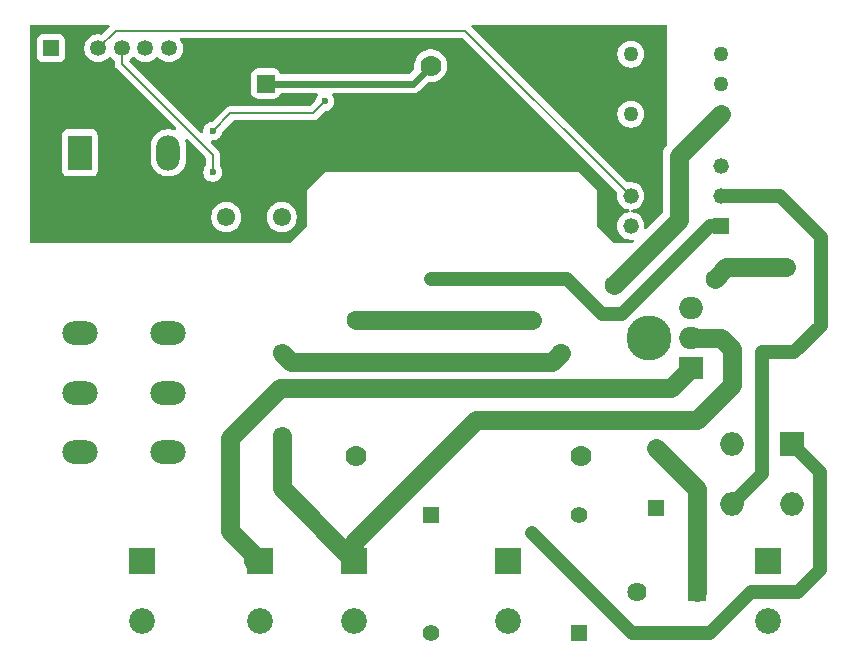
<source format=gbl>
%TF.GenerationSoftware,KiCad,Pcbnew,9.0.4-9.0.4-0~ubuntu24.04.1*%
%TF.CreationDate,2025-08-23T17:14:42+02:00*%
%TF.ProjectId,hv_board,68765f62-6f61-4726-942e-6b696361645f,rev?*%
%TF.SameCoordinates,Original*%
%TF.FileFunction,Copper,L2,Bot*%
%TF.FilePolarity,Positive*%
%FSLAX46Y46*%
G04 Gerber Fmt 4.6, Leading zero omitted, Abs format (unit mm)*
G04 Created by KiCad (PCBNEW 9.0.4-9.0.4-0~ubuntu24.04.1) date 2025-08-23 17:14:42*
%MOMM*%
%LPD*%
G01*
G04 APERTURE LIST*
G04 Aperture macros list*
%AMRoundRect*
0 Rectangle with rounded corners*
0 $1 Rounding radius*
0 $2 $3 $4 $5 $6 $7 $8 $9 X,Y pos of 4 corners*
0 Add a 4 corners polygon primitive as box body*
4,1,4,$2,$3,$4,$5,$6,$7,$8,$9,$2,$3,0*
0 Add four circle primitives for the rounded corners*
1,1,$1+$1,$2,$3*
1,1,$1+$1,$4,$5*
1,1,$1+$1,$6,$7*
1,1,$1+$1,$8,$9*
0 Add four rect primitives between the rounded corners*
20,1,$1+$1,$2,$3,$4,$5,0*
20,1,$1+$1,$4,$5,$6,$7,0*
20,1,$1+$1,$6,$7,$8,$9,0*
20,1,$1+$1,$8,$9,$2,$3,0*%
G04 Aperture macros list end*
%TA.AperFunction,ComponentPad*%
%ADD10C,1.549400*%
%TD*%
%TA.AperFunction,ComponentPad*%
%ADD11R,1.625600X1.625600*%
%TD*%
%TA.AperFunction,ComponentPad*%
%ADD12C,1.625600*%
%TD*%
%TA.AperFunction,ComponentPad*%
%ADD13R,2.000000X2.000000*%
%TD*%
%TA.AperFunction,ComponentPad*%
%ADD14O,2.000000X2.000000*%
%TD*%
%TA.AperFunction,ComponentPad*%
%ADD15C,3.810000*%
%TD*%
%TA.AperFunction,ComponentPad*%
%ADD16R,2.175000X2.175000*%
%TD*%
%TA.AperFunction,ComponentPad*%
%ADD17C,2.175000*%
%TD*%
%TA.AperFunction,ComponentPad*%
%ADD18C,1.270000*%
%TD*%
%TA.AperFunction,ComponentPad*%
%ADD19O,3.000000X2.000000*%
%TD*%
%TA.AperFunction,ComponentPad*%
%ADD20R,2.000000X3.000000*%
%TD*%
%TA.AperFunction,ComponentPad*%
%ADD21O,2.000000X3.000000*%
%TD*%
%TA.AperFunction,ComponentPad*%
%ADD22R,1.422400X1.422400*%
%TD*%
%TA.AperFunction,ComponentPad*%
%ADD23C,1.422400*%
%TD*%
%TA.AperFunction,ComponentPad*%
%ADD24R,1.320800X1.320800*%
%TD*%
%TA.AperFunction,ComponentPad*%
%ADD25C,1.320800*%
%TD*%
%TA.AperFunction,ComponentPad*%
%ADD26R,2.000000X1.905000*%
%TD*%
%TA.AperFunction,ComponentPad*%
%ADD27O,2.000000X1.905000*%
%TD*%
%TA.AperFunction,ComponentPad*%
%ADD28RoundRect,0.250000X0.550000X-0.550000X0.550000X0.550000X-0.550000X0.550000X-0.550000X-0.550000X0*%
%TD*%
%TA.AperFunction,ComponentPad*%
%ADD29C,1.600000*%
%TD*%
%TA.AperFunction,ComponentPad*%
%ADD30C,1.778000*%
%TD*%
%TA.AperFunction,ComponentPad*%
%ADD31R,1.473200X1.473200*%
%TD*%
%TA.AperFunction,ComponentPad*%
%ADD32C,1.473200*%
%TD*%
%TA.AperFunction,ComponentPad*%
%ADD33R,1.350000X1.350000*%
%TD*%
%TA.AperFunction,ComponentPad*%
%ADD34C,1.350000*%
%TD*%
%TA.AperFunction,ViaPad*%
%ADD35C,0.600000*%
%TD*%
%TA.AperFunction,ViaPad*%
%ADD36C,1.600000*%
%TD*%
%TA.AperFunction,ViaPad*%
%ADD37C,1.200000*%
%TD*%
%TA.AperFunction,Conductor*%
%ADD38C,0.600000*%
%TD*%
%TA.AperFunction,Conductor*%
%ADD39C,1.600000*%
%TD*%
%TA.AperFunction,Conductor*%
%ADD40C,1.200000*%
%TD*%
%TA.AperFunction,Conductor*%
%ADD41C,0.200000*%
%TD*%
G04 APERTURE END LIST*
D10*
%TO.P,U2,1,1*%
%TO.N,Net-(Q4-A2)*%
X136349500Y-87309100D03*
%TO.P,U2,2,2*%
%TO.N,230V_L*%
X136349500Y-80298700D03*
%TO.P,U2,3,3*%
%TO.N,12V*%
X136349500Y-68792500D03*
%TO.P,U2,4,4*%
%TO.N,Net-(Q2-D)*%
X131650500Y-68792500D03*
%TD*%
D11*
%TO.P,F1,1,1*%
%TO.N,230V_L*%
X171500000Y-100500000D03*
D12*
%TO.P,F1,2,2*%
%TO.N,Net-(U1-ACL)*%
X166420000Y-100500000D03*
%TD*%
D13*
%TO.P,D1,1,+*%
%TO.N,Net-(D1-+)*%
X179545000Y-87975000D03*
D14*
%TO.P,D1,2*%
%TO.N,Net-(D1-Pad2)*%
X174465000Y-87975000D03*
%TO.P,D1,3,-*%
%TO.N,Net-(D1--)*%
X174465000Y-93055000D03*
%TO.P,D1,4*%
%TO.N,Net-(D1-Pad4)*%
X179545000Y-93055000D03*
%TD*%
D15*
%TO.P,H1,1,1*%
%TO.N,unconnected-(H1-Pad1)*%
X167400000Y-79000000D03*
%TD*%
D16*
%TO.P,J1,1,1*%
%TO.N,Net-(F2-Pad1)*%
X177500000Y-97900000D03*
D17*
%TO.P,J1,2,2*%
%TO.N,unconnected-(J1-Pad2)*%
X177500000Y-103000000D03*
%TD*%
D18*
%TO.P,U7,1*%
%TO.N,Net-(R8-Pad2)*%
X165900000Y-55000000D03*
%TO.P,U7,2*%
%TO.N,GND*%
X165900000Y-57540000D03*
%TO.P,U7,3,NC*%
%TO.N,unconnected-(U7-NC-Pad3)*%
X165900000Y-60080000D03*
%TO.P,U7,4*%
%TO.N,Net-(Q4-G)*%
X173520000Y-60080000D03*
%TO.P,U7,5,NC*%
%TO.N,unconnected-(U7-NC-Pad5)*%
X173520000Y-57540000D03*
%TO.P,U7,6*%
%TO.N,Net-(C1-Pad2)*%
X173520000Y-55000000D03*
%TD*%
D16*
%TO.P,J5,1,1*%
%TO.N,Net-(J5-Pad1)*%
X124500000Y-97900000D03*
D17*
%TO.P,J5,2,2*%
%TO.N,unconnected-(J5-Pad2)*%
X124500000Y-103000000D03*
%TD*%
D19*
%TO.P,K1,11*%
%TO.N,230V_L*%
X126750000Y-83650000D03*
X119250000Y-83650000D03*
%TO.P,K1,12*%
%TO.N,unconnected-(K1-Pad12)*%
X126750000Y-78610000D03*
X119250000Y-78610000D03*
%TO.P,K1,14*%
%TO.N,Net-(J5-Pad1)*%
X126750000Y-88690000D03*
X119250000Y-88690000D03*
D20*
%TO.P,K1,A1*%
%TO.N,Net-(Q1-D)*%
X119250000Y-63350000D03*
D21*
%TO.P,K1,A2*%
%TO.N,12V*%
X126750000Y-63350000D03*
%TD*%
D16*
%TO.P,J3,1,1*%
%TO.N,230V_N*%
X155500000Y-97900000D03*
D17*
%TO.P,J3,2,2*%
%TO.N,unconnected-(J3-Pad2)*%
X155500000Y-103000000D03*
%TD*%
D22*
%TO.P,C2,1*%
%TO.N,230V_N*%
X149000000Y-94000000D03*
D23*
%TO.P,C2,2*%
%TO.N,Net-(C2-Pad2)*%
X149000000Y-104000000D03*
%TD*%
D24*
%TO.P,U6,1,ANODE*%
%TO.N,Net-(U6-ANODE)*%
X173500000Y-69540000D03*
D25*
%TO.P,U6,2,CATHODE*%
%TO.N,Net-(D1--)*%
X173500000Y-67000000D03*
%TO.P,U6,3,NOCONNECTION*%
%TO.N,unconnected-(U6-NOCONNECTION-Pad3)*%
X173500000Y-64460000D03*
%TO.P,U6,4,EMITTER*%
%TO.N,GND*%
X165880000Y-64460000D03*
%TO.P,U6,5,COLLECTOR*%
%TO.N,Net-(J6-Pin_3)*%
X165880000Y-67000000D03*
%TO.P,U6,6,BASE*%
%TO.N,unconnected-(U6-BASE-Pad6)*%
X165880000Y-69540000D03*
%TD*%
D16*
%TO.P,J2,1,1*%
%TO.N,Net-(Q4-A1)*%
X134500000Y-97900000D03*
D17*
%TO.P,J2,2,2*%
%TO.N,unconnected-(J2-Pad2)*%
X134500000Y-103000000D03*
%TD*%
D26*
%TO.P,Q4,1,A1*%
%TO.N,Net-(Q4-A1)*%
X171000000Y-81540000D03*
D27*
%TO.P,Q4,2,A2*%
%TO.N,Net-(Q4-A2)*%
X171000000Y-79000000D03*
%TO.P,Q4,3,G*%
%TO.N,Net-(Q4-G)*%
X171000000Y-76460000D03*
%TD*%
D28*
%TO.P,C3,1*%
%TO.N,Net-(U1-+VOUT)*%
X135000000Y-57500000D03*
D29*
%TO.P,C3,2*%
%TO.N,GND*%
X135000000Y-55000000D03*
%TD*%
D16*
%TO.P,J4,1,1*%
%TO.N,Net-(Q4-A2)*%
X142500000Y-97900000D03*
D17*
%TO.P,J4,2,2*%
%TO.N,unconnected-(J4-Pad2)*%
X142500000Y-103000000D03*
%TD*%
D22*
%TO.P,C1,1*%
%TO.N,230V_N*%
X161500000Y-104000000D03*
D23*
%TO.P,C1,2*%
%TO.N,Net-(C1-Pad2)*%
X161500000Y-94000000D03*
%TD*%
D30*
%TO.P,U1,1,ACN*%
%TO.N,230V_N*%
X142610000Y-89010000D03*
%TO.P,U1,2,ACL*%
%TO.N,Net-(U1-ACL)*%
X161660000Y-89010000D03*
%TO.P,U1,3,-VOUT*%
%TO.N,GND*%
X161660000Y-55990000D03*
%TO.P,U1,4,+VOUT*%
%TO.N,Net-(U1-+VOUT)*%
X148960000Y-55990000D03*
%TD*%
D31*
%TO.P,F2,1,1*%
%TO.N,Net-(F2-Pad1)*%
X168000000Y-93405000D03*
D32*
%TO.P,F2,2,2*%
%TO.N,230V_L*%
X168000000Y-88325000D03*
%TD*%
D33*
%TO.P,J6,1,Pin_1*%
%TO.N,12V*%
X116800000Y-54500000D03*
D34*
%TO.P,J6,2,Pin_2*%
%TO.N,GND*%
X118800000Y-54500000D03*
%TO.P,J6,3,Pin_3*%
%TO.N,Net-(J6-Pin_3)*%
X120800000Y-54500000D03*
%TO.P,J6,4,Pin_4*%
%TO.N,Net-(J6-Pin_4)*%
X122800000Y-54500000D03*
%TO.P,J6,5,Pin_5*%
%TO.N,Net-(J6-Pin_5)*%
X124800000Y-54500000D03*
%TO.P,J6,6,Pin_6*%
%TO.N,Net-(J6-Pin_6)*%
X126800000Y-54500000D03*
%TD*%
D35*
%TO.N,GND*%
X119500000Y-68000000D03*
X123502872Y-68000000D03*
X164000000Y-68000000D03*
X168000000Y-68000000D03*
D36*
%TO.N,230V_L*%
X179000000Y-73000000D03*
X160000000Y-80300000D03*
X173000000Y-74000000D03*
%TO.N,230V_N*%
X142610000Y-77500000D03*
X157500000Y-77500000D03*
D37*
%TO.N,Net-(D1-+)*%
X157500000Y-95500000D03*
D35*
%TO.N,Net-(J6-Pin_4)*%
X130500000Y-65000000D03*
D36*
%TO.N,Net-(Q4-G)*%
X164500000Y-74500000D03*
D37*
%TO.N,Net-(U6-ANODE)*%
X149000000Y-74000000D03*
D35*
%TO.N,Net-(R8-Pad2)*%
X140000000Y-59000000D03*
X130500000Y-61500000D03*
%TD*%
D38*
%TO.N,Net-(U1-+VOUT)*%
X135000000Y-57500000D02*
X147450000Y-57500000D01*
X147450000Y-57500000D02*
X148960000Y-55990000D01*
D39*
%TO.N,230V_L*%
X171500000Y-91825000D02*
X168000000Y-88325000D01*
X137124200Y-81073400D02*
X159226600Y-81073400D01*
X136349500Y-80298700D02*
X137124200Y-81073400D01*
X179000000Y-73000000D02*
X174000000Y-73000000D01*
X171500000Y-100500000D02*
X171500000Y-91825000D01*
X174000000Y-73000000D02*
X173000000Y-74000000D01*
X159226600Y-81073400D02*
X160000000Y-80300000D01*
%TO.N,230V_N*%
X142610000Y-77500000D02*
X157500000Y-77500000D01*
D40*
%TO.N,Net-(D1-+)*%
X179545000Y-87975000D02*
X181946000Y-90376000D01*
X181946000Y-90376000D02*
X181946000Y-98631000D01*
X176116100Y-100511500D02*
X172627600Y-104000000D01*
X180065500Y-100511500D02*
X176116100Y-100511500D01*
X181946000Y-98631000D02*
X180065500Y-100511500D01*
X171000000Y-104000000D02*
X166000000Y-104000000D01*
X166000000Y-104000000D02*
X157500000Y-95500000D01*
X172627600Y-104000000D02*
X171000000Y-104000000D01*
%TO.N,Net-(D1--)*%
X173500000Y-67000000D02*
X178500000Y-67000000D01*
X177000000Y-90520000D02*
X174465000Y-93055000D01*
X182000000Y-70500000D02*
X182000000Y-78000000D01*
X178500000Y-67000000D02*
X182000000Y-70500000D01*
X182000000Y-78000000D02*
X179754874Y-80245126D01*
X179754874Y-80245126D02*
X177006000Y-80245126D01*
X177000000Y-80251126D02*
X177000000Y-90520000D01*
D39*
%TO.N,Net-(Q4-A1)*%
X171000000Y-81540000D02*
X169265600Y-83274400D01*
X169265600Y-83274400D02*
X136225600Y-83274400D01*
X132000000Y-95400000D02*
X134500000Y-97900000D01*
X133900000Y-97900000D02*
X134500000Y-97900000D01*
X132000000Y-87500000D02*
X132000000Y-95400000D01*
X136225600Y-83274400D02*
X132000000Y-87500000D01*
D41*
%TO.N,Net-(J6-Pin_4)*%
X130500000Y-63500000D02*
X130500000Y-65000000D01*
X122800000Y-55800000D02*
X130500000Y-63500000D01*
X122800000Y-54500000D02*
X122800000Y-55800000D01*
%TO.N,Net-(J6-Pin_3)*%
X151880000Y-53000000D02*
X151000000Y-53000000D01*
X165880000Y-67000000D02*
X151880000Y-53000000D01*
X120800000Y-54500000D02*
X122300000Y-53000000D01*
X138000000Y-53000000D02*
X151000000Y-53000000D01*
X122300000Y-53000000D02*
X138000000Y-53000000D01*
D39*
%TO.N,Net-(Q4-G)*%
X164500000Y-74500000D02*
X170000000Y-69000000D01*
X170000000Y-63600000D02*
X173520000Y-60080000D01*
X170000000Y-69000000D02*
X170000000Y-63600000D01*
D40*
%TO.N,Net-(U6-ANODE)*%
X165148874Y-77000000D02*
X172608874Y-69540000D01*
X149000000Y-74000000D02*
X160500000Y-74000000D01*
X163500000Y-77000000D02*
X165148874Y-77000000D01*
X172608874Y-69540000D02*
X173500000Y-69540000D01*
X160500000Y-74000000D02*
X163500000Y-77000000D01*
D41*
%TO.N,Net-(R8-Pad2)*%
X140000000Y-59000000D02*
X139000000Y-60000000D01*
X139000000Y-60000000D02*
X132000000Y-60000000D01*
X132000000Y-60000000D02*
X130500000Y-61500000D01*
D39*
%TO.N,Net-(Q4-A2)*%
X171000000Y-79000000D02*
X173500000Y-79000000D01*
X152775600Y-86000000D02*
X142500000Y-96275600D01*
X136349500Y-91749500D02*
X142500000Y-97900000D01*
X136349500Y-87309100D02*
X136349500Y-91749500D01*
X171500000Y-86000000D02*
X152775600Y-86000000D01*
X173500000Y-79000000D02*
X174500000Y-80000000D01*
X174500000Y-80000000D02*
X174500000Y-83000000D01*
X142500000Y-96275600D02*
X142500000Y-97900000D01*
X174500000Y-83000000D02*
X171500000Y-86000000D01*
%TD*%
%TA.AperFunction,Conductor*%
%TO.N,GND*%
G36*
X121717941Y-52520185D02*
G01*
X121763696Y-52572989D01*
X121773640Y-52642147D01*
X121744615Y-52705703D01*
X121738583Y-52712181D01*
X121138979Y-53311784D01*
X121077656Y-53345269D01*
X121031901Y-53346576D01*
X120892514Y-53324500D01*
X120707486Y-53324500D01*
X120667028Y-53330908D01*
X120524734Y-53353445D01*
X120348767Y-53410619D01*
X120348764Y-53410620D01*
X120183903Y-53494622D01*
X120098499Y-53556672D01*
X120034213Y-53603379D01*
X120034211Y-53603381D01*
X120034210Y-53603381D01*
X119903381Y-53734210D01*
X119903381Y-53734211D01*
X119903379Y-53734213D01*
X119872199Y-53777129D01*
X119794622Y-53883903D01*
X119710620Y-54048764D01*
X119710619Y-54048767D01*
X119653445Y-54224734D01*
X119624500Y-54407486D01*
X119624500Y-54592513D01*
X119653445Y-54775265D01*
X119710619Y-54951232D01*
X119710620Y-54951235D01*
X119778676Y-55084801D01*
X119794622Y-55116096D01*
X119903379Y-55265787D01*
X120034213Y-55396621D01*
X120183904Y-55505378D01*
X120237224Y-55532546D01*
X120348764Y-55589379D01*
X120348767Y-55589380D01*
X120436750Y-55617967D01*
X120524736Y-55646555D01*
X120707486Y-55675500D01*
X120707487Y-55675500D01*
X120892513Y-55675500D01*
X120892514Y-55675500D01*
X121075264Y-55646555D01*
X121251235Y-55589379D01*
X121416096Y-55505378D01*
X121565787Y-55396621D01*
X121696621Y-55265787D01*
X121699680Y-55261576D01*
X121755006Y-55218909D01*
X121824619Y-55212926D01*
X121886415Y-55245529D01*
X121900315Y-55261570D01*
X121903379Y-55265787D01*
X122034213Y-55396621D01*
X122148386Y-55479573D01*
X122151725Y-55483902D01*
X122156703Y-55486176D01*
X122172833Y-55511275D01*
X122191051Y-55534900D01*
X122192304Y-55541573D01*
X122194477Y-55544954D01*
X122199500Y-55579889D01*
X122199500Y-55713330D01*
X122199499Y-55713348D01*
X122199499Y-55879054D01*
X122199498Y-55879054D01*
X122199924Y-55880644D01*
X122240423Y-56031785D01*
X122240424Y-56031787D01*
X122240423Y-56031787D01*
X122252273Y-56052310D01*
X122252274Y-56052312D01*
X122319475Y-56168709D01*
X122319481Y-56168717D01*
X122438349Y-56287585D01*
X122438355Y-56287590D01*
X127381768Y-61231003D01*
X127415253Y-61292326D01*
X127410269Y-61362018D01*
X127368397Y-61417951D01*
X127302933Y-61442368D01*
X127255769Y-61436615D01*
X127226367Y-61427062D01*
X127101368Y-61386446D01*
X126868097Y-61349500D01*
X126868092Y-61349500D01*
X126631908Y-61349500D01*
X126631903Y-61349500D01*
X126398631Y-61386446D01*
X126174003Y-61459433D01*
X125963566Y-61566657D01*
X125907119Y-61607669D01*
X125772490Y-61705483D01*
X125772488Y-61705485D01*
X125772487Y-61705485D01*
X125605485Y-61872487D01*
X125605485Y-61872488D01*
X125605483Y-61872490D01*
X125600619Y-61879185D01*
X125466657Y-62063566D01*
X125359433Y-62274003D01*
X125286446Y-62498631D01*
X125249500Y-62731902D01*
X125249500Y-63968097D01*
X125286446Y-64201368D01*
X125359433Y-64425996D01*
X125391898Y-64489711D01*
X125466657Y-64636433D01*
X125605483Y-64827510D01*
X125772490Y-64994517D01*
X125963567Y-65133343D01*
X126062991Y-65184002D01*
X126174003Y-65240566D01*
X126174005Y-65240566D01*
X126174008Y-65240568D01*
X126294412Y-65279689D01*
X126398631Y-65313553D01*
X126631903Y-65350500D01*
X126631908Y-65350500D01*
X126868097Y-65350500D01*
X127101368Y-65313553D01*
X127325992Y-65240568D01*
X127536433Y-65133343D01*
X127727510Y-64994517D01*
X127894517Y-64827510D01*
X128033343Y-64636433D01*
X128140568Y-64425992D01*
X128213553Y-64201368D01*
X128216921Y-64180106D01*
X128250500Y-63968097D01*
X128250500Y-62731902D01*
X128213553Y-62498631D01*
X128198030Y-62450858D01*
X128163383Y-62344227D01*
X128161389Y-62274390D01*
X128197469Y-62214557D01*
X128260169Y-62183728D01*
X128329584Y-62191692D01*
X128368996Y-62218231D01*
X129863181Y-63712416D01*
X129896666Y-63773739D01*
X129899500Y-63800097D01*
X129899500Y-64420234D01*
X129879815Y-64487273D01*
X129878602Y-64489125D01*
X129790609Y-64620814D01*
X129790602Y-64620827D01*
X129730264Y-64766498D01*
X129730261Y-64766510D01*
X129699500Y-64921153D01*
X129699500Y-65078846D01*
X129730261Y-65233489D01*
X129730264Y-65233501D01*
X129790602Y-65379172D01*
X129790609Y-65379185D01*
X129878210Y-65510288D01*
X129878213Y-65510292D01*
X129989707Y-65621786D01*
X129989711Y-65621789D01*
X130120814Y-65709390D01*
X130120827Y-65709397D01*
X130266498Y-65769735D01*
X130266503Y-65769737D01*
X130421153Y-65800499D01*
X130421156Y-65800500D01*
X130421158Y-65800500D01*
X130578844Y-65800500D01*
X130578845Y-65800499D01*
X130733497Y-65769737D01*
X130879179Y-65709394D01*
X131010289Y-65621789D01*
X131121789Y-65510289D01*
X131209394Y-65379179D01*
X131269737Y-65233497D01*
X131300500Y-65078842D01*
X131300500Y-64921158D01*
X131300500Y-64921155D01*
X131300499Y-64921153D01*
X131295868Y-64897870D01*
X131269737Y-64766503D01*
X131215861Y-64636433D01*
X131209397Y-64620827D01*
X131209390Y-64620814D01*
X131121398Y-64489125D01*
X131100520Y-64422447D01*
X131100500Y-64420234D01*
X131100500Y-63420945D01*
X131100500Y-63420943D01*
X131059577Y-63268216D01*
X131059573Y-63268209D01*
X130980524Y-63131290D01*
X130980521Y-63131286D01*
X130980520Y-63131284D01*
X130868716Y-63019480D01*
X130868715Y-63019479D01*
X130864385Y-63015149D01*
X130864374Y-63015139D01*
X130361416Y-62512181D01*
X130327931Y-62450858D01*
X130332915Y-62381166D01*
X130374787Y-62325233D01*
X130440251Y-62300816D01*
X130449097Y-62300500D01*
X130578844Y-62300500D01*
X130578845Y-62300499D01*
X130733497Y-62269737D01*
X130846166Y-62223067D01*
X130879172Y-62209397D01*
X130879172Y-62209396D01*
X130879179Y-62209394D01*
X131010289Y-62121789D01*
X131121789Y-62010289D01*
X131209394Y-61879179D01*
X131212166Y-61872488D01*
X131269735Y-61733501D01*
X131269737Y-61733497D01*
X131289113Y-61636085D01*
X131300638Y-61578150D01*
X131333023Y-61516239D01*
X131334518Y-61514716D01*
X132212416Y-60636819D01*
X132273739Y-60603334D01*
X132300097Y-60600500D01*
X138913331Y-60600500D01*
X138913347Y-60600501D01*
X138920943Y-60600501D01*
X139079054Y-60600501D01*
X139079057Y-60600501D01*
X139231785Y-60559577D01*
X139307468Y-60515881D01*
X139368716Y-60480520D01*
X139480520Y-60368716D01*
X139480520Y-60368714D01*
X139490724Y-60358511D01*
X139490727Y-60358506D01*
X140014665Y-59834570D01*
X140075984Y-59801088D01*
X140078151Y-59800637D01*
X140078840Y-59800500D01*
X140078842Y-59800500D01*
X140233497Y-59769737D01*
X140379179Y-59709394D01*
X140510289Y-59621789D01*
X140621789Y-59510289D01*
X140709394Y-59379179D01*
X140769737Y-59233497D01*
X140800500Y-59078842D01*
X140800500Y-58921158D01*
X140800500Y-58921155D01*
X140800499Y-58921153D01*
X140776499Y-58800498D01*
X140769737Y-58766503D01*
X140756610Y-58734812D01*
X140709397Y-58620827D01*
X140709390Y-58620814D01*
X140624248Y-58493391D01*
X140603370Y-58426714D01*
X140621854Y-58359334D01*
X140673833Y-58312643D01*
X140727350Y-58300500D01*
X147528844Y-58300500D01*
X147528845Y-58300499D01*
X147683497Y-58269737D01*
X147829179Y-58209394D01*
X147960289Y-58121789D01*
X148678148Y-57403928D01*
X148739469Y-57370445D01*
X148785221Y-57369138D01*
X148850644Y-57379500D01*
X148850646Y-57379500D01*
X149069361Y-57379500D01*
X149174082Y-57362912D01*
X149285375Y-57345286D01*
X149493383Y-57277701D01*
X149688257Y-57178407D01*
X149787601Y-57106229D01*
X149865193Y-57049857D01*
X149865195Y-57049854D01*
X149865199Y-57049852D01*
X150019852Y-56895199D01*
X150019854Y-56895195D01*
X150019857Y-56895193D01*
X150091050Y-56797203D01*
X150148407Y-56718257D01*
X150247701Y-56523383D01*
X150315286Y-56315375D01*
X150333639Y-56199500D01*
X150349500Y-56099361D01*
X150349500Y-55880638D01*
X150315993Y-55669091D01*
X150315286Y-55664625D01*
X150257305Y-55486176D01*
X150247702Y-55456619D01*
X150247701Y-55456616D01*
X150213315Y-55389132D01*
X150148407Y-55261743D01*
X150120169Y-55222876D01*
X150019857Y-55084806D01*
X149865193Y-54930142D01*
X149688260Y-54801595D01*
X149688259Y-54801594D01*
X149688257Y-54801593D01*
X149625825Y-54769782D01*
X149493383Y-54702298D01*
X149493380Y-54702297D01*
X149285376Y-54634714D01*
X149069361Y-54600500D01*
X149069356Y-54600500D01*
X148850644Y-54600500D01*
X148850639Y-54600500D01*
X148634623Y-54634714D01*
X148426619Y-54702297D01*
X148426616Y-54702298D01*
X148231739Y-54801595D01*
X148054806Y-54930142D01*
X147900142Y-55084806D01*
X147771595Y-55261739D01*
X147672298Y-55456616D01*
X147672297Y-55456619D01*
X147604714Y-55664623D01*
X147570500Y-55880638D01*
X147570500Y-56099361D01*
X147580860Y-56164774D01*
X147571905Y-56234067D01*
X147546068Y-56271852D01*
X147154741Y-56663181D01*
X147093418Y-56696666D01*
X147067060Y-56699500D01*
X136345908Y-56699500D01*
X136278869Y-56679815D01*
X136240363Y-56635728D01*
X136238605Y-56636813D01*
X136234812Y-56630663D01*
X136142712Y-56481344D01*
X136018656Y-56357288D01*
X135894195Y-56280520D01*
X135869336Y-56265187D01*
X135869331Y-56265185D01*
X135867862Y-56264698D01*
X135702797Y-56210001D01*
X135702795Y-56210000D01*
X135600010Y-56199500D01*
X134399998Y-56199500D01*
X134399981Y-56199501D01*
X134297203Y-56210000D01*
X134297200Y-56210001D01*
X134130668Y-56265185D01*
X134130663Y-56265187D01*
X133981342Y-56357289D01*
X133857289Y-56481342D01*
X133765187Y-56630663D01*
X133765185Y-56630668D01*
X133743316Y-56696666D01*
X133710001Y-56797203D01*
X133710001Y-56797204D01*
X133710000Y-56797204D01*
X133699500Y-56899983D01*
X133699500Y-58100001D01*
X133699501Y-58100018D01*
X133710000Y-58202796D01*
X133710001Y-58202799D01*
X133761872Y-58359334D01*
X133765186Y-58369334D01*
X133857288Y-58518656D01*
X133981344Y-58642712D01*
X134130666Y-58734814D01*
X134297203Y-58789999D01*
X134399991Y-58800500D01*
X135600008Y-58800499D01*
X135702797Y-58789999D01*
X135869334Y-58734814D01*
X136018656Y-58642712D01*
X136142712Y-58518656D01*
X136234814Y-58369334D01*
X136234815Y-58369331D01*
X136238605Y-58363187D01*
X136240399Y-58364293D01*
X136279687Y-58319663D01*
X136345908Y-58300500D01*
X139272650Y-58300500D01*
X139339689Y-58320185D01*
X139385444Y-58372989D01*
X139395388Y-58442147D01*
X139375752Y-58493391D01*
X139290609Y-58620814D01*
X139290602Y-58620827D01*
X139230264Y-58766498D01*
X139230261Y-58766508D01*
X139199362Y-58921849D01*
X139166977Y-58983759D01*
X139165426Y-58985338D01*
X138787584Y-59363181D01*
X138726261Y-59396666D01*
X138699903Y-59399500D01*
X131920940Y-59399500D01*
X131880019Y-59410464D01*
X131880019Y-59410465D01*
X131842751Y-59420451D01*
X131768214Y-59440423D01*
X131768209Y-59440426D01*
X131631290Y-59519475D01*
X131631282Y-59519481D01*
X130485339Y-60665425D01*
X130424016Y-60698910D01*
X130421850Y-60699361D01*
X130266508Y-60730261D01*
X130266498Y-60730264D01*
X130120827Y-60790602D01*
X130120814Y-60790609D01*
X129989711Y-60878210D01*
X129989707Y-60878213D01*
X129878213Y-60989707D01*
X129878210Y-60989711D01*
X129790609Y-61120814D01*
X129790602Y-61120827D01*
X129730264Y-61266498D01*
X129730261Y-61266510D01*
X129699500Y-61421153D01*
X129699500Y-61550903D01*
X129679815Y-61617942D01*
X129627011Y-61663697D01*
X129557853Y-61673641D01*
X129494297Y-61644616D01*
X129487819Y-61638584D01*
X123483146Y-55633911D01*
X123449661Y-55572588D01*
X123454645Y-55502896D01*
X123496517Y-55446963D01*
X123497799Y-55446016D01*
X123565787Y-55396621D01*
X123696621Y-55265787D01*
X123699680Y-55261576D01*
X123755006Y-55218909D01*
X123824619Y-55212926D01*
X123886415Y-55245529D01*
X123900315Y-55261570D01*
X123903379Y-55265787D01*
X124034213Y-55396621D01*
X124183904Y-55505378D01*
X124237224Y-55532546D01*
X124348764Y-55589379D01*
X124348767Y-55589380D01*
X124436750Y-55617967D01*
X124524736Y-55646555D01*
X124707486Y-55675500D01*
X124707487Y-55675500D01*
X124892513Y-55675500D01*
X124892514Y-55675500D01*
X125075264Y-55646555D01*
X125251235Y-55589379D01*
X125416096Y-55505378D01*
X125565787Y-55396621D01*
X125696621Y-55265787D01*
X125699680Y-55261576D01*
X125755006Y-55218909D01*
X125824619Y-55212926D01*
X125886415Y-55245529D01*
X125900315Y-55261570D01*
X125903379Y-55265787D01*
X126034213Y-55396621D01*
X126183904Y-55505378D01*
X126237224Y-55532546D01*
X126348764Y-55589379D01*
X126348767Y-55589380D01*
X126436750Y-55617967D01*
X126524736Y-55646555D01*
X126707486Y-55675500D01*
X126707487Y-55675500D01*
X126892513Y-55675500D01*
X126892514Y-55675500D01*
X127075264Y-55646555D01*
X127251235Y-55589379D01*
X127416096Y-55505378D01*
X127565787Y-55396621D01*
X127696621Y-55265787D01*
X127805378Y-55116096D01*
X127889379Y-54951235D01*
X127946555Y-54775264D01*
X127975500Y-54592514D01*
X127975500Y-54407486D01*
X127946555Y-54224736D01*
X127889379Y-54048765D01*
X127889379Y-54048764D01*
X127837878Y-53947689D01*
X127805378Y-53883904D01*
X127791280Y-53864500D01*
X127742519Y-53797385D01*
X127719039Y-53731579D01*
X127734865Y-53663525D01*
X127784970Y-53614830D01*
X127842837Y-53600500D01*
X137920943Y-53600500D01*
X150920943Y-53600500D01*
X151579903Y-53600500D01*
X151646942Y-53620185D01*
X151667584Y-53636819D01*
X164704545Y-66673780D01*
X164738030Y-66735103D01*
X164739337Y-66780859D01*
X164719100Y-66908629D01*
X164719100Y-67091370D01*
X164747684Y-67271841D01*
X164747685Y-67271845D01*
X164804152Y-67445631D01*
X164887109Y-67608444D01*
X164994515Y-67756276D01*
X165123724Y-67885485D01*
X165271556Y-67992891D01*
X165434369Y-68075848D01*
X165608155Y-68132315D01*
X165652212Y-68139293D01*
X165704197Y-68147527D01*
X165767332Y-68177456D01*
X165804263Y-68236768D01*
X165803265Y-68306631D01*
X165764655Y-68364863D01*
X165704197Y-68392473D01*
X165608158Y-68407684D01*
X165434366Y-68464153D01*
X165271555Y-68547109D01*
X165123721Y-68654517D01*
X164994517Y-68783721D01*
X164887109Y-68931555D01*
X164804153Y-69094366D01*
X164747684Y-69268158D01*
X164719100Y-69448629D01*
X164719100Y-69631370D01*
X164747684Y-69811841D01*
X164747685Y-69811845D01*
X164804152Y-69985631D01*
X164887109Y-70148444D01*
X164994515Y-70296276D01*
X165123724Y-70425485D01*
X165271556Y-70532891D01*
X165434369Y-70615848D01*
X165608155Y-70672315D01*
X165675835Y-70683034D01*
X165788630Y-70700900D01*
X165788635Y-70700900D01*
X165971367Y-70700900D01*
X165982389Y-70699153D01*
X166006884Y-70695274D01*
X166076176Y-70704227D01*
X166129629Y-70749222D01*
X166150270Y-70815973D01*
X166131547Y-70883287D01*
X166113965Y-70905427D01*
X166055713Y-70963680D01*
X165994390Y-70997166D01*
X165968031Y-71000000D01*
X164551362Y-71000000D01*
X164484323Y-70980315D01*
X164463681Y-70963681D01*
X163036319Y-69536319D01*
X163002834Y-69474996D01*
X163000000Y-69448638D01*
X163000000Y-66500000D01*
X161500000Y-65000000D01*
X140000000Y-65000000D01*
X139999999Y-65000000D01*
X138500000Y-66499999D01*
X138500000Y-69448638D01*
X138480315Y-69515677D01*
X138463681Y-69536319D01*
X137036319Y-70963681D01*
X136974996Y-70997166D01*
X136948638Y-71000000D01*
X115124500Y-71000000D01*
X115057461Y-70980315D01*
X115011706Y-70927511D01*
X115000500Y-70876000D01*
X115000500Y-68692140D01*
X130375300Y-68692140D01*
X130375300Y-68892859D01*
X130406700Y-69091111D01*
X130406700Y-69091114D01*
X130468724Y-69282004D01*
X130553624Y-69448629D01*
X130559851Y-69460850D01*
X130677832Y-69623237D01*
X130819763Y-69765168D01*
X130982150Y-69883149D01*
X131137779Y-69962446D01*
X131160995Y-69974275D01*
X131351886Y-70036299D01*
X131351887Y-70036299D01*
X131351890Y-70036300D01*
X131550140Y-70067700D01*
X131550141Y-70067700D01*
X131750859Y-70067700D01*
X131750860Y-70067700D01*
X131949110Y-70036300D01*
X131949113Y-70036299D01*
X131949114Y-70036299D01*
X132140004Y-69974275D01*
X132140004Y-69974274D01*
X132140007Y-69974274D01*
X132318850Y-69883149D01*
X132481237Y-69765168D01*
X132623168Y-69623237D01*
X132741149Y-69460850D01*
X132832274Y-69282007D01*
X132836775Y-69268155D01*
X132894299Y-69091114D01*
X132894299Y-69091113D01*
X132894300Y-69091110D01*
X132925700Y-68892860D01*
X132925700Y-68692140D01*
X135074300Y-68692140D01*
X135074300Y-68892859D01*
X135105700Y-69091111D01*
X135105700Y-69091114D01*
X135167724Y-69282004D01*
X135252624Y-69448629D01*
X135258851Y-69460850D01*
X135376832Y-69623237D01*
X135518763Y-69765168D01*
X135681150Y-69883149D01*
X135836779Y-69962446D01*
X135859995Y-69974275D01*
X136050886Y-70036299D01*
X136050887Y-70036299D01*
X136050890Y-70036300D01*
X136249140Y-70067700D01*
X136249141Y-70067700D01*
X136449859Y-70067700D01*
X136449860Y-70067700D01*
X136648110Y-70036300D01*
X136648113Y-70036299D01*
X136648114Y-70036299D01*
X136839004Y-69974275D01*
X136839004Y-69974274D01*
X136839007Y-69974274D01*
X137017850Y-69883149D01*
X137180237Y-69765168D01*
X137322168Y-69623237D01*
X137440149Y-69460850D01*
X137531274Y-69282007D01*
X137535775Y-69268155D01*
X137593299Y-69091114D01*
X137593299Y-69091113D01*
X137593300Y-69091110D01*
X137624700Y-68892860D01*
X137624700Y-68692140D01*
X137593300Y-68493890D01*
X137593299Y-68493886D01*
X137593299Y-68493885D01*
X137531275Y-68302995D01*
X137495799Y-68233370D01*
X137440149Y-68124150D01*
X137322168Y-67961763D01*
X137180237Y-67819832D01*
X137017850Y-67701851D01*
X136839004Y-67610724D01*
X136648113Y-67548700D01*
X136499422Y-67525150D01*
X136449860Y-67517300D01*
X136249140Y-67517300D01*
X136183056Y-67527766D01*
X136050888Y-67548700D01*
X136050885Y-67548700D01*
X135859995Y-67610724D01*
X135681149Y-67701851D01*
X135588502Y-67769163D01*
X135518763Y-67819832D01*
X135518761Y-67819834D01*
X135518760Y-67819834D01*
X135376834Y-67961760D01*
X135376834Y-67961761D01*
X135376832Y-67961763D01*
X135354217Y-67992890D01*
X135258851Y-68124149D01*
X135167724Y-68302995D01*
X135105700Y-68493885D01*
X135105700Y-68493888D01*
X135074300Y-68692140D01*
X132925700Y-68692140D01*
X132894300Y-68493890D01*
X132894299Y-68493886D01*
X132894299Y-68493885D01*
X132832275Y-68302995D01*
X132796799Y-68233370D01*
X132741149Y-68124150D01*
X132623168Y-67961763D01*
X132481237Y-67819832D01*
X132318850Y-67701851D01*
X132140004Y-67610724D01*
X131949113Y-67548700D01*
X131800422Y-67525150D01*
X131750860Y-67517300D01*
X131550140Y-67517300D01*
X131484056Y-67527766D01*
X131351888Y-67548700D01*
X131351885Y-67548700D01*
X131160995Y-67610724D01*
X130982149Y-67701851D01*
X130889502Y-67769163D01*
X130819763Y-67819832D01*
X130819761Y-67819834D01*
X130819760Y-67819834D01*
X130677834Y-67961760D01*
X130677834Y-67961761D01*
X130677832Y-67961763D01*
X130655217Y-67992890D01*
X130559851Y-68124149D01*
X130468724Y-68302995D01*
X130406700Y-68493885D01*
X130406700Y-68493888D01*
X130375300Y-68692140D01*
X115000500Y-68692140D01*
X115000500Y-61802135D01*
X117749500Y-61802135D01*
X117749500Y-64897870D01*
X117749501Y-64897876D01*
X117755908Y-64957483D01*
X117806202Y-65092328D01*
X117806206Y-65092335D01*
X117892452Y-65207544D01*
X117892455Y-65207547D01*
X118007664Y-65293793D01*
X118007671Y-65293797D01*
X118142517Y-65344091D01*
X118142516Y-65344091D01*
X118149444Y-65344835D01*
X118202127Y-65350500D01*
X120297872Y-65350499D01*
X120357483Y-65344091D01*
X120492331Y-65293796D01*
X120607546Y-65207546D01*
X120693796Y-65092331D01*
X120744091Y-64957483D01*
X120750500Y-64897873D01*
X120750499Y-61802128D01*
X120744091Y-61742517D01*
X120740728Y-61733501D01*
X120693797Y-61607671D01*
X120693793Y-61607664D01*
X120607547Y-61492455D01*
X120607544Y-61492452D01*
X120492335Y-61406206D01*
X120492328Y-61406202D01*
X120357482Y-61355908D01*
X120357483Y-61355908D01*
X120297883Y-61349501D01*
X120297881Y-61349500D01*
X120297873Y-61349500D01*
X120297864Y-61349500D01*
X118202129Y-61349500D01*
X118202123Y-61349501D01*
X118142516Y-61355908D01*
X118007671Y-61406202D01*
X118007664Y-61406206D01*
X117892455Y-61492452D01*
X117892452Y-61492455D01*
X117806206Y-61607664D01*
X117806202Y-61607671D01*
X117755908Y-61742517D01*
X117749501Y-61802116D01*
X117749501Y-61802123D01*
X117749500Y-61802135D01*
X115000500Y-61802135D01*
X115000500Y-53777135D01*
X115624500Y-53777135D01*
X115624500Y-55222870D01*
X115624501Y-55222876D01*
X115630908Y-55282483D01*
X115681202Y-55417328D01*
X115681206Y-55417335D01*
X115767452Y-55532544D01*
X115767455Y-55532547D01*
X115882664Y-55618793D01*
X115882671Y-55618797D01*
X116017517Y-55669091D01*
X116017516Y-55669091D01*
X116024444Y-55669835D01*
X116077127Y-55675500D01*
X117522872Y-55675499D01*
X117582483Y-55669091D01*
X117717331Y-55618796D01*
X117832546Y-55532546D01*
X117918796Y-55417331D01*
X117969091Y-55282483D01*
X117975500Y-55222873D01*
X117975499Y-53777128D01*
X117969091Y-53717517D01*
X117948953Y-53663525D01*
X117918797Y-53582671D01*
X117918793Y-53582664D01*
X117832547Y-53467455D01*
X117832544Y-53467452D01*
X117717335Y-53381206D01*
X117717328Y-53381202D01*
X117582482Y-53330908D01*
X117582483Y-53330908D01*
X117522883Y-53324501D01*
X117522881Y-53324500D01*
X117522873Y-53324500D01*
X117522864Y-53324500D01*
X116077129Y-53324500D01*
X116077123Y-53324501D01*
X116017516Y-53330908D01*
X115882671Y-53381202D01*
X115882664Y-53381206D01*
X115767455Y-53467452D01*
X115767452Y-53467455D01*
X115681206Y-53582664D01*
X115681202Y-53582671D01*
X115630908Y-53717517D01*
X115624501Y-53777116D01*
X115624501Y-53777123D01*
X115624500Y-53777135D01*
X115000500Y-53777135D01*
X115000500Y-52624500D01*
X115020185Y-52557461D01*
X115072989Y-52511706D01*
X115124500Y-52500500D01*
X121650902Y-52500500D01*
X121717941Y-52520185D01*
G37*
%TD.AperFunction*%
%TA.AperFunction,Conductor*%
G36*
X168943039Y-52520185D02*
G01*
X168988794Y-52572989D01*
X169000000Y-52624500D01*
X169000000Y-62568031D01*
X168980315Y-62635070D01*
X168963681Y-62655712D01*
X168931759Y-62687633D01*
X168888622Y-62747007D01*
X168888621Y-62747006D01*
X168802187Y-62865974D01*
X168702104Y-63062393D01*
X168702103Y-63062396D01*
X168633985Y-63272047D01*
X168599499Y-63489779D01*
X168599499Y-63715332D01*
X168599500Y-63715357D01*
X168599500Y-68368531D01*
X168579815Y-68435570D01*
X168563181Y-68456212D01*
X167245428Y-69773964D01*
X167184105Y-69807449D01*
X167114413Y-69802465D01*
X167058480Y-69760593D01*
X167034063Y-69695129D01*
X167035273Y-69666888D01*
X167040900Y-69631365D01*
X167040900Y-69448635D01*
X167040900Y-69448629D01*
X167012315Y-69268158D01*
X167012315Y-69268155D01*
X166955848Y-69094369D01*
X166872891Y-68931556D01*
X166765485Y-68783724D01*
X166636276Y-68654515D01*
X166488444Y-68547109D01*
X166325631Y-68464152D01*
X166151845Y-68407685D01*
X166151843Y-68407684D01*
X166151841Y-68407684D01*
X166055802Y-68392473D01*
X165992667Y-68362544D01*
X165955736Y-68303232D01*
X165956734Y-68233370D01*
X165995344Y-68175137D01*
X166055802Y-68147527D01*
X166093101Y-68141619D01*
X166151845Y-68132315D01*
X166325631Y-68075848D01*
X166488444Y-67992891D01*
X166636276Y-67885485D01*
X166765485Y-67756276D01*
X166872891Y-67608444D01*
X166955848Y-67445631D01*
X167012315Y-67271845D01*
X167025019Y-67191631D01*
X167040900Y-67091370D01*
X167040900Y-66908629D01*
X167012315Y-66728158D01*
X167012315Y-66728155D01*
X166955848Y-66554369D01*
X166872891Y-66391556D01*
X166765485Y-66243724D01*
X166636276Y-66114515D01*
X166488444Y-66007109D01*
X166325631Y-65924152D01*
X166151845Y-65867685D01*
X166151843Y-65867684D01*
X166151841Y-65867684D01*
X165971370Y-65839100D01*
X165971365Y-65839100D01*
X165788635Y-65839100D01*
X165788630Y-65839100D01*
X165660859Y-65859337D01*
X165591566Y-65850382D01*
X165553780Y-65824545D01*
X159719869Y-59990634D01*
X164764500Y-59990634D01*
X164764500Y-60169365D01*
X164792460Y-60345898D01*
X164792460Y-60345901D01*
X164847689Y-60515878D01*
X164847691Y-60515881D01*
X164928833Y-60675132D01*
X165033889Y-60819728D01*
X165160272Y-60946111D01*
X165304868Y-61051167D01*
X165464119Y-61132309D01*
X165464121Y-61132310D01*
X165622670Y-61183825D01*
X165634103Y-61187540D01*
X165810634Y-61215500D01*
X165810635Y-61215500D01*
X165989365Y-61215500D01*
X165989366Y-61215500D01*
X166165897Y-61187540D01*
X166165900Y-61187539D01*
X166165901Y-61187539D01*
X166335878Y-61132310D01*
X166335878Y-61132309D01*
X166335881Y-61132309D01*
X166495132Y-61051167D01*
X166639728Y-60946111D01*
X166766111Y-60819728D01*
X166871167Y-60675132D01*
X166952309Y-60515881D01*
X166952310Y-60515878D01*
X167007539Y-60345901D01*
X167007539Y-60345900D01*
X167007540Y-60345897D01*
X167035500Y-60169366D01*
X167035500Y-59990634D01*
X167007540Y-59814103D01*
X167007539Y-59814099D01*
X167007539Y-59814098D01*
X166952310Y-59644121D01*
X166952308Y-59644118D01*
X166940930Y-59621786D01*
X166871167Y-59484868D01*
X166766111Y-59340272D01*
X166639728Y-59213889D01*
X166495132Y-59108833D01*
X166335881Y-59027691D01*
X166335878Y-59027689D01*
X166165899Y-58972460D01*
X166032072Y-58951264D01*
X165989366Y-58944500D01*
X165810634Y-58944500D01*
X165767928Y-58951264D01*
X165634101Y-58972460D01*
X165634098Y-58972460D01*
X165464121Y-59027689D01*
X165464118Y-59027691D01*
X165304867Y-59108833D01*
X165160270Y-59213890D01*
X165033890Y-59340270D01*
X164928833Y-59484867D01*
X164847691Y-59644118D01*
X164847689Y-59644121D01*
X164792460Y-59814098D01*
X164792460Y-59814101D01*
X164764500Y-59990634D01*
X159719869Y-59990634D01*
X154639869Y-54910634D01*
X164764500Y-54910634D01*
X164764500Y-55089365D01*
X164792460Y-55265899D01*
X164847689Y-55435878D01*
X164847691Y-55435881D01*
X164928833Y-55595132D01*
X165033889Y-55739728D01*
X165160272Y-55866111D01*
X165304868Y-55971167D01*
X165464119Y-56052309D01*
X165464121Y-56052310D01*
X165622670Y-56103825D01*
X165634103Y-56107540D01*
X165810634Y-56135500D01*
X165810635Y-56135500D01*
X165989365Y-56135500D01*
X165989366Y-56135500D01*
X166165897Y-56107540D01*
X166165900Y-56107539D01*
X166165901Y-56107539D01*
X166335878Y-56052310D01*
X166335878Y-56052309D01*
X166335881Y-56052309D01*
X166495132Y-55971167D01*
X166639728Y-55866111D01*
X166766111Y-55739728D01*
X166871167Y-55595132D01*
X166952309Y-55435881D01*
X167007540Y-55265897D01*
X167035500Y-55089366D01*
X167035500Y-54910634D01*
X167007540Y-54734103D01*
X167007539Y-54734099D01*
X167007539Y-54734098D01*
X166952310Y-54564121D01*
X166952308Y-54564118D01*
X166872501Y-54407486D01*
X166871167Y-54404868D01*
X166766111Y-54260272D01*
X166639728Y-54133889D01*
X166495132Y-54028833D01*
X166335881Y-53947691D01*
X166335878Y-53947689D01*
X166165899Y-53892460D01*
X166048209Y-53873820D01*
X165989366Y-53864500D01*
X165810634Y-53864500D01*
X165751790Y-53873820D01*
X165634101Y-53892460D01*
X165634098Y-53892460D01*
X165464121Y-53947689D01*
X165464118Y-53947691D01*
X165304867Y-54028833D01*
X165160270Y-54133890D01*
X165033890Y-54260270D01*
X164928833Y-54404867D01*
X164847691Y-54564118D01*
X164847689Y-54564121D01*
X164792460Y-54734098D01*
X164792460Y-54734101D01*
X164764500Y-54910634D01*
X154639869Y-54910634D01*
X152441416Y-52712181D01*
X152407931Y-52650858D01*
X152412915Y-52581166D01*
X152454787Y-52525233D01*
X152520251Y-52500816D01*
X152529097Y-52500500D01*
X168876000Y-52500500D01*
X168943039Y-52520185D01*
G37*
%TD.AperFunction*%
%TD*%
M02*

</source>
